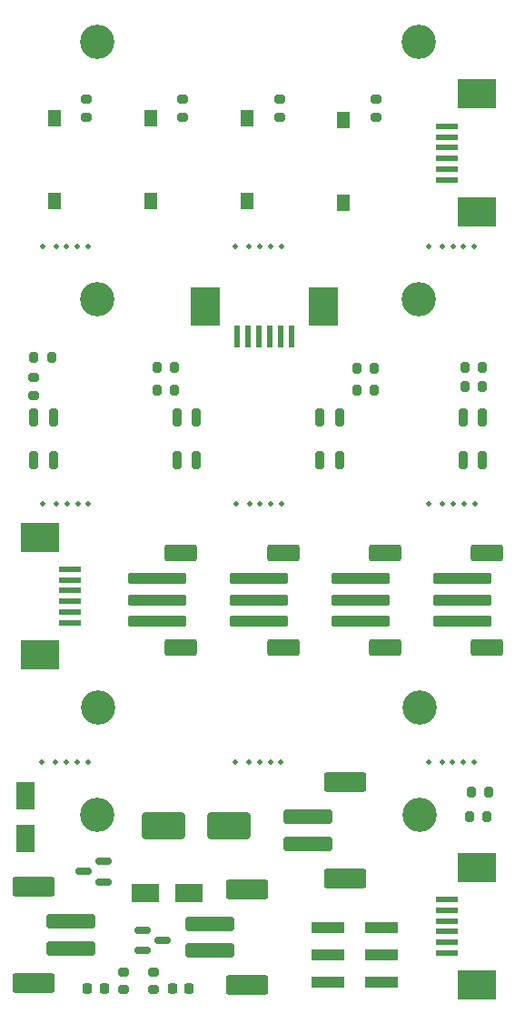
<source format=gbr>
%TF.GenerationSoftware,KiCad,Pcbnew,(6.0.5)*%
%TF.CreationDate,2022-06-24T16:36:08-05:00*%
%TF.ProjectId,Big Kahuna Board,42696720-4b61-4687-956e-6120426f6172,rev?*%
%TF.SameCoordinates,Original*%
%TF.FileFunction,Soldermask,Top*%
%TF.FilePolarity,Negative*%
%FSLAX46Y46*%
G04 Gerber Fmt 4.6, Leading zero omitted, Abs format (unit mm)*
G04 Created by KiCad (PCBNEW (6.0.5)) date 2022-06-24 16:36:08*
%MOMM*%
%LPD*%
G01*
G04 APERTURE LIST*
G04 Aperture macros list*
%AMRoundRect*
0 Rectangle with rounded corners*
0 $1 Rounding radius*
0 $2 $3 $4 $5 $6 $7 $8 $9 X,Y pos of 4 corners*
0 Add a 4 corners polygon primitive as box body*
4,1,4,$2,$3,$4,$5,$6,$7,$8,$9,$2,$3,0*
0 Add four circle primitives for the rounded corners*
1,1,$1+$1,$2,$3*
1,1,$1+$1,$4,$5*
1,1,$1+$1,$6,$7*
1,1,$1+$1,$8,$9*
0 Add four rect primitives between the rounded corners*
20,1,$1+$1,$2,$3,$4,$5,0*
20,1,$1+$1,$4,$5,$6,$7,0*
20,1,$1+$1,$6,$7,$8,$9,0*
20,1,$1+$1,$8,$9,$2,$3,0*%
G04 Aperture macros list end*
%ADD10C,0.500000*%
%ADD11C,3.200000*%
%ADD12RoundRect,0.200000X0.275000X-0.200000X0.275000X0.200000X-0.275000X0.200000X-0.275000X-0.200000X0*%
%ADD13R,1.200000X1.500000*%
%ADD14R,2.000000X0.610000*%
%ADD15R,3.600000X2.680000*%
%ADD16RoundRect,0.200000X-0.275000X0.200000X-0.275000X-0.200000X0.275000X-0.200000X0.275000X0.200000X0*%
%ADD17RoundRect,0.200000X-0.200000X-0.275000X0.200000X-0.275000X0.200000X0.275000X-0.200000X0.275000X0*%
%ADD18RoundRect,0.197500X-0.197500X-0.632500X0.197500X-0.632500X0.197500X0.632500X-0.197500X0.632500X0*%
%ADD19R,0.610000X2.000000*%
%ADD20R,2.680000X3.600000*%
%ADD21RoundRect,0.250000X-1.250000X0.550000X-1.250000X-0.550000X1.250000X-0.550000X1.250000X0.550000X0*%
%ADD22RoundRect,0.250000X-2.500000X0.250000X-2.500000X-0.250000X2.500000X-0.250000X2.500000X0.250000X0*%
%ADD23R,1.800000X2.500000*%
%ADD24RoundRect,0.250000X1.750000X1.000000X-1.750000X1.000000X-1.750000X-1.000000X1.750000X-1.000000X0*%
%ADD25RoundRect,0.130000X2.120000X-0.520000X2.120000X0.520000X-2.120000X0.520000X-2.120000X-0.520000X0*%
%ADD26RoundRect,0.180000X1.770000X-0.720000X1.770000X0.720000X-1.770000X0.720000X-1.770000X-0.720000X0*%
%ADD27RoundRect,0.130000X-2.120000X0.520000X-2.120000X-0.520000X2.120000X-0.520000X2.120000X0.520000X0*%
%ADD28RoundRect,0.180000X-1.770000X0.720000X-1.770000X-0.720000X1.770000X-0.720000X1.770000X0.720000X0*%
%ADD29R,2.500000X1.800000*%
%ADD30RoundRect,0.218750X-0.218750X-0.256250X0.218750X-0.256250X0.218750X0.256250X-0.218750X0.256250X0*%
%ADD31RoundRect,0.218750X0.218750X0.256250X-0.218750X0.256250X-0.218750X-0.256250X0.218750X-0.256250X0*%
%ADD32R,3.150000X1.000000*%
%ADD33RoundRect,0.150000X0.587500X0.150000X-0.587500X0.150000X-0.587500X-0.150000X0.587500X-0.150000X0*%
%ADD34RoundRect,0.150000X-0.587500X-0.150000X0.587500X-0.150000X0.587500X0.150000X-0.587500X0.150000X0*%
G04 APERTURE END LIST*
D10*
%TO.C,REF\u002A\u002A*%
X128980000Y-111320000D03*
%TD*%
%TO.C,REF\u002A\u002A*%
X111980000Y-111320000D03*
%TD*%
%TO.C,REF\u002A\u002A*%
X112980000Y-111320000D03*
%TD*%
%TO.C,REF\u002A\u002A*%
X129980000Y-111320000D03*
%TD*%
%TO.C,REF\u002A\u002A*%
X146980000Y-111320000D03*
%TD*%
%TO.C,REF\u002A\u002A*%
X108720000Y-111320000D03*
%TD*%
%TO.C,REF\u002A\u002A*%
X110980000Y-111320000D03*
%TD*%
%TO.C,REF\u002A\u002A*%
X148980000Y-111320000D03*
%TD*%
%TO.C,REF\u002A\u002A*%
X126720000Y-111320000D03*
%TD*%
%TO.C,REF\u002A\u002A*%
X147980000Y-111320000D03*
%TD*%
%TO.C,REF\u002A\u002A*%
X144720000Y-111320000D03*
%TD*%
%TO.C,REF\u002A\u002A*%
X127980000Y-111320000D03*
%TD*%
%TO.C,REF\u002A\u002A*%
X145980000Y-111320000D03*
%TD*%
%TO.C,REF\u002A\u002A*%
X109980000Y-111320000D03*
%TD*%
%TO.C,REF\u002A\u002A*%
X130980000Y-111320000D03*
%TD*%
%TO.C,REF\u002A\u002A*%
X144780000Y-87310000D03*
%TD*%
%TO.C,REF\u002A\u002A*%
X146040000Y-87310000D03*
%TD*%
%TO.C,REF\u002A\u002A*%
X131040000Y-87310000D03*
%TD*%
%TO.C,REF\u002A\u002A*%
X128040000Y-87310000D03*
%TD*%
%TO.C,REF\u002A\u002A*%
X148040000Y-87310000D03*
%TD*%
%TO.C,REF\u002A\u002A*%
X110040000Y-87310000D03*
%TD*%
%TO.C,REF\u002A\u002A*%
X112040000Y-87310000D03*
%TD*%
%TO.C,REF\u002A\u002A*%
X147040000Y-87310000D03*
%TD*%
%TO.C,REF\u002A\u002A*%
X108780000Y-87310000D03*
%TD*%
%TO.C,REF\u002A\u002A*%
X126780000Y-87310000D03*
%TD*%
%TO.C,REF\u002A\u002A*%
X111040000Y-87310000D03*
%TD*%
%TO.C,REF\u002A\u002A*%
X129040000Y-87310000D03*
%TD*%
%TO.C,REF\u002A\u002A*%
X113040000Y-87310000D03*
%TD*%
%TO.C,REF\u002A\u002A*%
X149040000Y-87310000D03*
%TD*%
%TO.C,REF\u002A\u002A*%
X130040000Y-87310000D03*
%TD*%
%TO.C,REF\u002A\u002A*%
X130000000Y-63330000D03*
%TD*%
%TO.C,REF\u002A\u002A*%
X149000000Y-63330000D03*
%TD*%
%TO.C,REF\u002A\u002A*%
X108740000Y-63330000D03*
%TD*%
%TO.C,REF\u002A\u002A*%
X148000000Y-63330000D03*
%TD*%
%TO.C,REF\u002A\u002A*%
X129000000Y-63330000D03*
%TD*%
%TO.C,REF\u002A\u002A*%
X111000000Y-63330000D03*
%TD*%
%TO.C,REF\u002A\u002A*%
X144740000Y-63330000D03*
%TD*%
%TO.C,REF\u002A\u002A*%
X110000000Y-63330000D03*
%TD*%
%TO.C,REF\u002A\u002A*%
X128000000Y-63330000D03*
%TD*%
%TO.C,REF\u002A\u002A*%
X131000000Y-63330000D03*
%TD*%
%TO.C,REF\u002A\u002A*%
X126740000Y-63330000D03*
%TD*%
%TO.C,REF\u002A\u002A*%
X146000000Y-63330000D03*
%TD*%
%TO.C,REF\u002A\u002A*%
X147000000Y-63330000D03*
%TD*%
%TO.C,REF\u002A\u002A*%
X112000000Y-63330000D03*
%TD*%
%TO.C,REF\u002A\u002A*%
X113000000Y-63330000D03*
%TD*%
D11*
%TO.C,H2*%
X113830000Y-44280000D03*
%TD*%
D12*
%TO.C,R4*%
X112830000Y-51280000D03*
X112830000Y-49630000D03*
%TD*%
%TO.C,R11*%
X130830000Y-51280000D03*
X130830000Y-49630000D03*
%TD*%
%TO.C,R14*%
X139830000Y-51280000D03*
X139830000Y-49630000D03*
%TD*%
D13*
%TO.C,SW4*%
X136830000Y-51580000D03*
X136830000Y-59280000D03*
%TD*%
%TO.C,SW3*%
X127830000Y-51430000D03*
X127830000Y-59130000D03*
%TD*%
D11*
%TO.C,H1*%
X143830000Y-44280000D03*
%TD*%
D14*
%TO.C,J9*%
X146420000Y-57140000D03*
X146420000Y-56140000D03*
X146420000Y-55140000D03*
X146420000Y-54140000D03*
X146420000Y-53140000D03*
X146420000Y-52140000D03*
D15*
X149220000Y-60130000D03*
X149220000Y-49150000D03*
%TD*%
D13*
%TO.C,SW1*%
X109830000Y-51430000D03*
X109830000Y-59130000D03*
%TD*%
%TO.C,SW2*%
X118830000Y-51430000D03*
X118830000Y-59130000D03*
%TD*%
D12*
%TO.C,R7*%
X121830000Y-51280000D03*
X121830000Y-49630000D03*
%TD*%
D16*
%TO.C,R12*%
X107950000Y-75535000D03*
X107950000Y-77185000D03*
%TD*%
D17*
%TO.C,R3*%
X138020000Y-76730000D03*
X139670000Y-76730000D03*
%TD*%
D11*
%TO.C,H2*%
X113850000Y-68260000D03*
%TD*%
D18*
%TO.C,U3*%
X121283333Y-79260000D03*
X121283333Y-83260000D03*
X123083333Y-83260000D03*
X123083333Y-79260000D03*
%TD*%
D17*
%TO.C,R8*%
X148100000Y-74560000D03*
X149750000Y-74560000D03*
%TD*%
%TO.C,R13*%
X107925000Y-73710000D03*
X109575000Y-73710000D03*
%TD*%
%TO.C,R9*%
X119410000Y-76730000D03*
X121060000Y-76730000D03*
%TD*%
D18*
%TO.C,U4*%
X107950000Y-79260000D03*
X107950000Y-83260000D03*
X109750000Y-83260000D03*
X109750000Y-79260000D03*
%TD*%
D11*
%TO.C,H1*%
X143850000Y-68260000D03*
%TD*%
D19*
%TO.C,J9*%
X131922000Y-71746000D03*
X130922000Y-71746000D03*
X129922000Y-71746000D03*
X128922000Y-71746000D03*
X127922000Y-71746000D03*
X126922000Y-71746000D03*
D20*
X134912000Y-68946000D03*
X123932000Y-68946000D03*
%TD*%
D17*
%TO.C,R10*%
X119430000Y-74560000D03*
X121080000Y-74560000D03*
%TD*%
%TO.C,R5*%
X138020000Y-74670000D03*
X139670000Y-74670000D03*
%TD*%
%TO.C,R6*%
X148105000Y-76380000D03*
X149755000Y-76380000D03*
%TD*%
D18*
%TO.C,U2*%
X147950000Y-79260000D03*
X147950000Y-83260000D03*
X149750000Y-83260000D03*
X149750000Y-79260000D03*
%TD*%
%TO.C,U1*%
X134616666Y-79260000D03*
X134616666Y-83260000D03*
X136416666Y-83260000D03*
X136416666Y-79260000D03*
%TD*%
D21*
%TO.C,J7*%
X131172000Y-100644000D03*
X131172000Y-91844000D03*
D22*
X128922000Y-98244000D03*
X128922000Y-96244000D03*
X128922000Y-94244000D03*
%TD*%
D11*
%TO.C,H2*%
X143922000Y-106244000D03*
%TD*%
D21*
%TO.C,J8*%
X121672000Y-91844000D03*
X121672000Y-100644000D03*
D22*
X119422000Y-98244000D03*
X119422000Y-96244000D03*
X119422000Y-94244000D03*
%TD*%
D21*
%TO.C,J5*%
X140672000Y-91844000D03*
X140672000Y-100644000D03*
D22*
X138422000Y-98244000D03*
X138422000Y-96244000D03*
X138422000Y-94244000D03*
%TD*%
D11*
%TO.C,H1*%
X113922000Y-106244000D03*
%TD*%
D15*
%TO.C,J9*%
X108532000Y-101374000D03*
X108532000Y-90394000D03*
D14*
X111332000Y-98384000D03*
X111332000Y-97384000D03*
X111332000Y-96384000D03*
X111332000Y-95384000D03*
X111332000Y-94384000D03*
X111332000Y-93384000D03*
%TD*%
D21*
%TO.C,J2*%
X150172000Y-91844000D03*
X150172000Y-100644000D03*
D22*
X147922000Y-98244000D03*
X147922000Y-96244000D03*
X147922000Y-94244000D03*
%TD*%
D23*
%TO.C,D2*%
X107126000Y-118486000D03*
X107126000Y-114486000D03*
%TD*%
D17*
%TO.C,R2*%
X148528000Y-116454000D03*
X150178000Y-116454000D03*
%TD*%
D12*
%TO.C,R3*%
X119064000Y-132519000D03*
X119064000Y-130869000D03*
%TD*%
D24*
%TO.C,C1*%
X126160000Y-117290000D03*
X120060000Y-117290000D03*
%TD*%
D25*
%TO.C,J6*%
X133460000Y-116450000D03*
X133460000Y-118950000D03*
D26*
X136960000Y-122150000D03*
X136960000Y-113250000D03*
%TD*%
D27*
%TO.C,J1*%
X111379742Y-128680000D03*
X111379742Y-126180000D03*
D28*
X107879742Y-131880000D03*
X107879742Y-122980000D03*
%TD*%
D17*
%TO.C,R4*%
X148719000Y-114168000D03*
X150369000Y-114168000D03*
%TD*%
D11*
%TO.C,H2*%
X113870000Y-116270000D03*
%TD*%
D29*
%TO.C,D4*%
X122366000Y-123566000D03*
X118366000Y-123566000D03*
%TD*%
D30*
%TO.C,D1*%
X112917000Y-132456000D03*
X114492000Y-132456000D03*
%TD*%
D31*
%TO.C,D3*%
X122417000Y-132456000D03*
X120842000Y-132456000D03*
%TD*%
D12*
%TO.C,R1*%
X116270000Y-132519000D03*
X116270000Y-130869000D03*
%TD*%
D11*
%TO.C,H1*%
X143870000Y-116270000D03*
%TD*%
D14*
%TO.C,J9*%
X146460000Y-129130000D03*
X146460000Y-128130000D03*
X146460000Y-127130000D03*
X146460000Y-126130000D03*
X146460000Y-125130000D03*
X146460000Y-124130000D03*
D15*
X149260000Y-132120000D03*
X149260000Y-121140000D03*
%TD*%
D32*
%TO.C,J4*%
X140365000Y-131860000D03*
X135315000Y-131860000D03*
X140365000Y-129320000D03*
X135315000Y-129320000D03*
X140365000Y-126780000D03*
X135315000Y-126780000D03*
%TD*%
D25*
%TO.C,J2*%
X124340000Y-126400000D03*
X124340000Y-128900000D03*
D26*
X127840000Y-123200000D03*
X127840000Y-132100000D03*
%TD*%
D33*
%TO.C,Q1*%
X114413500Y-122484000D03*
X114413500Y-120584000D03*
X112538500Y-121534000D03*
%TD*%
D34*
%TO.C,Q2*%
X118048000Y-127000000D03*
X118048000Y-128900000D03*
X119923000Y-127950000D03*
%TD*%
M02*

</source>
